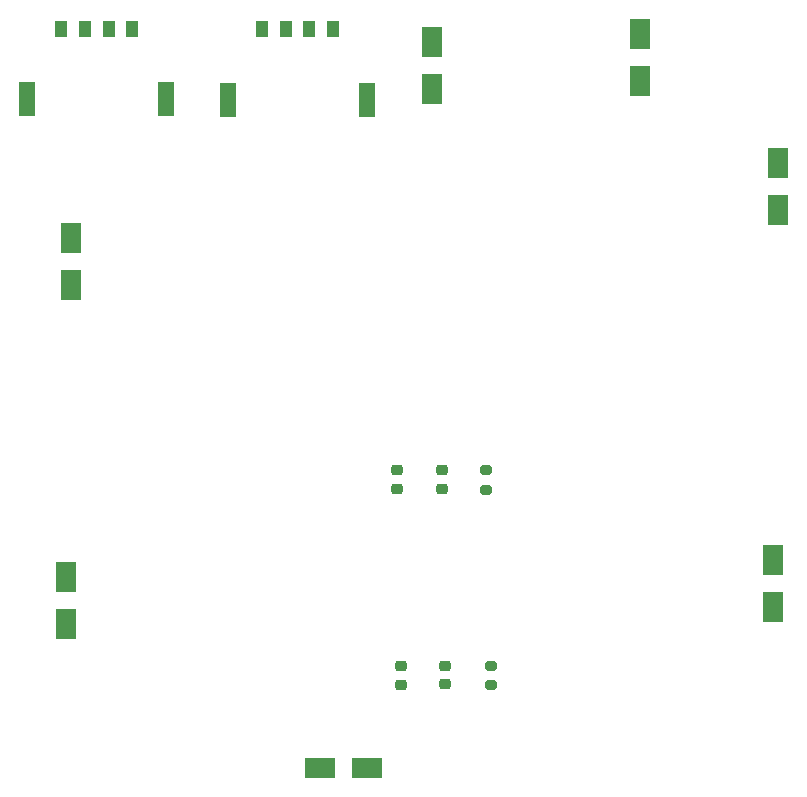
<source format=gbp>
%TF.GenerationSoftware,KiCad,Pcbnew,7.0.10*%
%TF.CreationDate,2024-05-04T16:42:37-07:00*%
%TF.ProjectId,Z_Panels,5a5f5061-6e65-46c7-932e-6b696361645f,rev?*%
%TF.SameCoordinates,Original*%
%TF.FileFunction,Paste,Bot*%
%TF.FilePolarity,Positive*%
%FSLAX46Y46*%
G04 Gerber Fmt 4.6, Leading zero omitted, Abs format (unit mm)*
G04 Created by KiCad (PCBNEW 7.0.10) date 2024-05-04 16:42:37*
%MOMM*%
%LPD*%
G01*
G04 APERTURE LIST*
G04 Aperture macros list*
%AMRoundRect*
0 Rectangle with rounded corners*
0 $1 Rounding radius*
0 $2 $3 $4 $5 $6 $7 $8 $9 X,Y pos of 4 corners*
0 Add a 4 corners polygon primitive as box body*
4,1,4,$2,$3,$4,$5,$6,$7,$8,$9,$2,$3,0*
0 Add four circle primitives for the rounded corners*
1,1,$1+$1,$2,$3*
1,1,$1+$1,$4,$5*
1,1,$1+$1,$6,$7*
1,1,$1+$1,$8,$9*
0 Add four rect primitives between the rounded corners*
20,1,$1+$1,$2,$3,$4,$5,0*
20,1,$1+$1,$4,$5,$6,$7,0*
20,1,$1+$1,$6,$7,$8,$9,0*
20,1,$1+$1,$8,$9,$2,$3,0*%
G04 Aperture macros list end*
%ADD10R,1.100000X1.450000*%
%ADD11R,1.350000X2.899999*%
%ADD12R,1.700000X2.500000*%
%ADD13RoundRect,0.225000X-0.250000X0.225000X-0.250000X-0.225000X0.250000X-0.225000X0.250000X0.225000X0*%
%ADD14RoundRect,0.225000X0.250000X-0.225000X0.250000X0.225000X-0.250000X0.225000X-0.250000X-0.225000X0*%
%ADD15RoundRect,0.200000X0.275000X-0.200000X0.275000X0.200000X-0.275000X0.200000X-0.275000X-0.200000X0*%
%ADD16R,2.500000X1.700000*%
%ADD17RoundRect,0.200000X-0.275000X0.200000X-0.275000X-0.200000X0.275000X-0.200000X0.275000X0.200000X0*%
G04 APERTURE END LIST*
D10*
X158135004Y-55624999D03*
X156135003Y-55624999D03*
X154135004Y-55624999D03*
X152135003Y-55624999D03*
D11*
X149240005Y-61599998D03*
X161030002Y-61599998D03*
D12*
X183500000Y-56700000D03*
X183500000Y-60700000D03*
D13*
X180850000Y-109600000D03*
X180850000Y-111150000D03*
D12*
X152950000Y-77300000D03*
X152950000Y-73300000D03*
D10*
X175125001Y-55650000D03*
X173125000Y-55650000D03*
X171125001Y-55650000D03*
X169125000Y-55650000D03*
D11*
X166230002Y-61624999D03*
X178019999Y-61624999D03*
D14*
X180550000Y-94550000D03*
X180550000Y-93000000D03*
D15*
X188050000Y-94650000D03*
X188050000Y-93000000D03*
D12*
X201125000Y-56025000D03*
X201125000Y-60025000D03*
D14*
X184350000Y-94550000D03*
X184350000Y-93000000D03*
D12*
X212400000Y-100600000D03*
X212400000Y-104600000D03*
X212800000Y-67000000D03*
X212800000Y-71000000D03*
D13*
X184600000Y-109575000D03*
X184600000Y-111125000D03*
D16*
X178000000Y-118200000D03*
X174000000Y-118200000D03*
D17*
X188475000Y-109550000D03*
X188475000Y-111200000D03*
D12*
X152525000Y-106050000D03*
X152525000Y-102050000D03*
M02*

</source>
